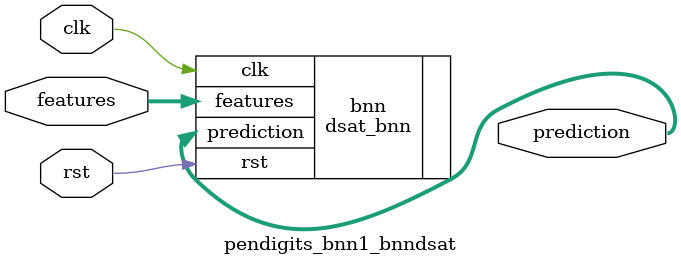
<source format=v>















module pendigits_bnn1_bnndsat #(

parameter FEAT_CNT = 16,
parameter HIDDEN_CNT = 40,
parameter FEAT_BITS = 4,
parameter CLASS_CNT = 10,
parameter TEST_CNT = 1000


  ) (
  input clk,
  input rst,
  input [FEAT_CNT*FEAT_BITS-1:0] features,
  output [$clog2(CLASS_CNT)-1:0] prediction
  );

  localparam Weights0 = 640'b0101101001100011101101101101100110110001000001111010010111001000110110101111010101010001111100000110101111111000111000001101101000000011010100101110100101011010010010111010010010010101010110001011110100100011010011100001101100010110101111011010111110110001101100101111010110110101000010011110111110000101010111111100000110010010001111011111101111010000010100000101100101001010000110110100001111101100101100000010101110100100001101111011101011100101011010100101001111001010000111010000011100001011000000000010111100000101001110001010010100011110010010100110001001001011111110000001011011101101010100011111000001001101000110100010101101000010 ;
  localparam Weights1 = 400'b0000100000101111101101100001011000110000011110110111101011101100111100000000000001011101010001011000011110000100011101100111000000001111010000000110111100001000010010110010110110100000011111111101000010001000011011000111010110000010000010110101011011010111100111100010101011111110110001011100011000001010100011000011111010001111111000101011111010000101001111000111000011011001011111000001101001000001 ;
  localparam Widths = 320'h07060707070707070707070707070707070708080708060707070707070707080707060707070706 ;

  dsat_bnn #(.FEAT_CNT(FEAT_CNT),.FEAT_BITS(FEAT_BITS),.HIDDEN_CNT(HIDDEN_CNT),.CLASS_CNT(CLASS_CNT),.Weights0(Weights0),.Weights1(Weights1),
    .WIDTHS(Widths)) bnn (
    .clk(clk),
    .rst(rst),
    .features(features),
    .prediction(prediction)
  );

endmodule

</source>
